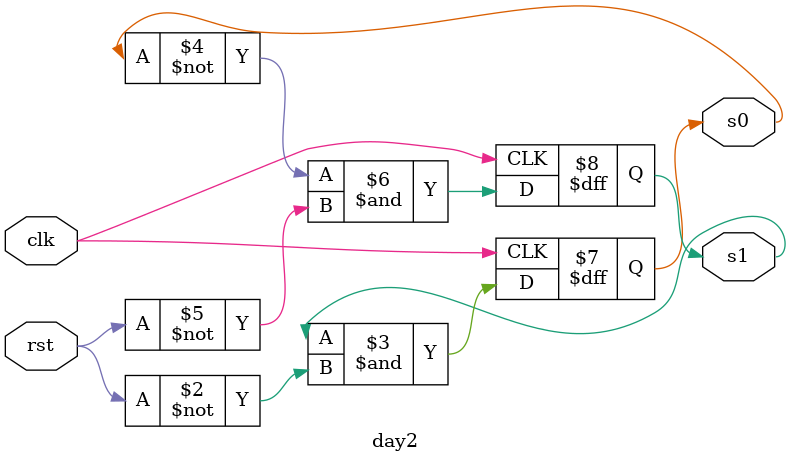
<source format=sv>

module day2 (
    input wire clk,
    input wire rst,
    output reg s0,
    output reg s1 );

    always @(posedge clk)
    begin 
        s0 <= s1 & ~rst;
        s1 <= ~s0 & ~rst; 
    end
endmodule
</source>
